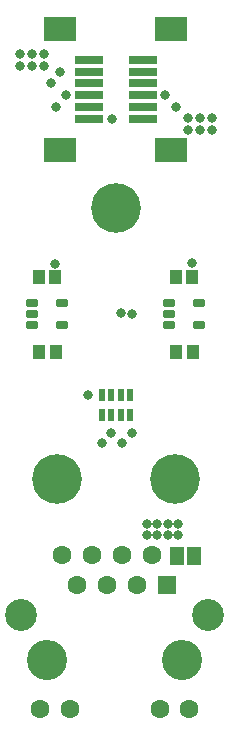
<source format=gts>
G04*
G04 #@! TF.GenerationSoftware,Altium Limited,Altium Designer,19.1.8 (144)*
G04*
G04 Layer_Color=8388736*
%FSLAX25Y25*%
%MOIN*%
G70*
G01*
G75*
%ADD20R,0.05131X0.06115*%
%ADD21R,0.02473X0.04343*%
%ADD22R,0.04343X0.04934*%
%ADD23R,0.09461X0.03162*%
%ADD24R,0.11036X0.07887*%
G04:AMPARAMS|DCode=25|XSize=29.65mil|YSize=39.5mil|CornerRadius=5.95mil|HoleSize=0mil|Usage=FLASHONLY|Rotation=90.000|XOffset=0mil|YOffset=0mil|HoleType=Round|Shape=RoundedRectangle|*
%AMROUNDEDRECTD25*
21,1,0.02965,0.02760,0,0,90.0*
21,1,0.01776,0.03950,0,0,90.0*
1,1,0.01190,0.01380,0.00888*
1,1,0.01190,0.01380,-0.00888*
1,1,0.01190,-0.01380,-0.00888*
1,1,0.01190,-0.01380,0.00888*
%
%ADD25ROUNDEDRECTD25*%
%ADD26R,0.04343X0.04737*%
%ADD27C,0.16548*%
%ADD28C,0.13398*%
%ADD29C,0.10642*%
%ADD30C,0.06312*%
%ADD31R,0.06312X0.06312*%
%ADD32C,0.03162*%
D20*
X59842Y61024D02*
D03*
X65354D02*
D03*
D21*
X44094Y114567D02*
D03*
X40945Y114567D02*
D03*
X37795D02*
D03*
X34646D02*
D03*
Y107874D02*
D03*
X37795D02*
D03*
X40945D02*
D03*
X44094D02*
D03*
D22*
X59350Y129134D02*
D03*
X65059D02*
D03*
X19390D02*
D03*
X13681D02*
D03*
D23*
X30315Y206693D02*
D03*
Y210630D02*
D03*
Y226378D02*
D03*
Y222441D02*
D03*
Y218504D02*
D03*
Y214567D02*
D03*
X48425Y226378D02*
D03*
Y222441D02*
D03*
Y206693D02*
D03*
Y210630D02*
D03*
Y214567D02*
D03*
Y218504D02*
D03*
D24*
X20866Y236614D02*
D03*
Y196457D02*
D03*
X57874D02*
D03*
Y236614D02*
D03*
D25*
X57185Y145472D02*
D03*
Y141732D02*
D03*
Y137992D02*
D03*
X67224D02*
D03*
Y145472D02*
D03*
X11516D02*
D03*
Y141732D02*
D03*
Y137992D02*
D03*
X21555D02*
D03*
Y145472D02*
D03*
D26*
X13878Y153937D02*
D03*
X19193D02*
D03*
X59547D02*
D03*
X64862D02*
D03*
D27*
X59055Y86614D02*
D03*
X19685D02*
D03*
X39370Y177165D02*
D03*
D28*
X16499Y26181D02*
D03*
X61499D02*
D03*
D29*
X7897Y41339D02*
D03*
X70102D02*
D03*
D30*
X14196Y10000D02*
D03*
X63802D02*
D03*
X23999D02*
D03*
X53999D02*
D03*
X51499Y61181D02*
D03*
X46499Y51181D02*
D03*
X41499Y61181D02*
D03*
X36499Y51181D02*
D03*
X31499Y61181D02*
D03*
X26499Y51181D02*
D03*
X21499Y61181D02*
D03*
D31*
X56499Y51181D02*
D03*
D32*
X38189Y206693D02*
D03*
X15354Y224410D02*
D03*
X11417D02*
D03*
X7480D02*
D03*
X15354Y228346D02*
D03*
X11417D02*
D03*
X7480D02*
D03*
X71260Y203150D02*
D03*
X67323D02*
D03*
X63386D02*
D03*
X71260Y207087D02*
D03*
X67323D02*
D03*
X63386D02*
D03*
X64862Y158563D02*
D03*
X19193Y158366D02*
D03*
X29921Y114567D02*
D03*
X49606Y68110D02*
D03*
Y71653D02*
D03*
X56693Y68110D02*
D03*
X53150D02*
D03*
Y71653D02*
D03*
X56693D02*
D03*
X60236D02*
D03*
Y68110D02*
D03*
X17717Y218504D02*
D03*
X20866Y222441D02*
D03*
X59449Y210630D02*
D03*
X55905Y214567D02*
D03*
X19291Y210630D02*
D03*
X22835Y214567D02*
D03*
X40945Y142126D02*
D03*
X44882Y141732D02*
D03*
Y101969D02*
D03*
X37795D02*
D03*
X34646Y98819D02*
D03*
X41339D02*
D03*
M02*

</source>
